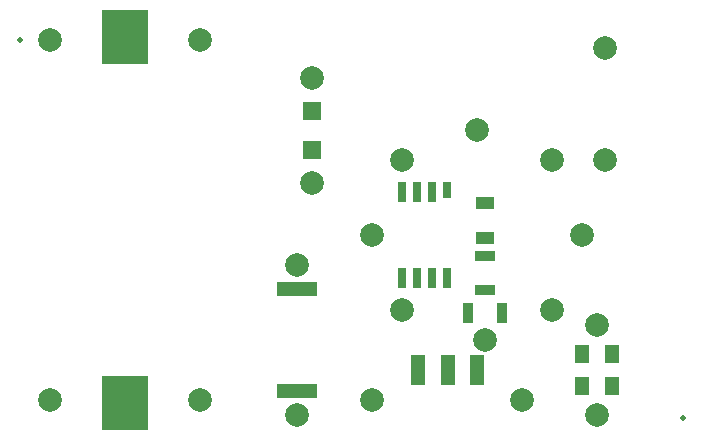
<source format=gts>
G04 #@! TF.FileFunction,Soldermask,Top*
%FSLAX46Y46*%
G04 Gerber Fmt 4.6, Leading zero omitted, Abs format (unit mm)*
G04 Created by KiCad (PCBNEW 4.0.6) date 04/04/19 16:38:52*
%MOMM*%
%LPD*%
G01*
G04 APERTURE LIST*
%ADD10C,0.100000*%
%ADD11C,0.500000*%
%ADD12R,0.650000X1.400000*%
%ADD13R,0.650000X1.700000*%
%ADD14R,1.200000X2.500000*%
%ADD15R,4.000000X4.600000*%
%ADD16C,2.000000*%
%ADD17R,1.300000X1.500000*%
%ADD18R,3.400000X1.300000*%
%ADD19R,1.500000X1.500000*%
%ADD20R,1.600000X1.000000*%
%ADD21R,1.700000X0.900000*%
%ADD22R,0.900000X1.700000*%
G04 APERTURE END LIST*
D10*
D11*
X187198000Y-94742000D03*
X131064000Y-62738000D03*
D12*
X167259000Y-75438000D03*
D13*
X165989000Y-75598000D03*
X164719000Y-75598000D03*
X163449000Y-75598000D03*
X163449000Y-82898000D03*
X164719000Y-82898000D03*
X165989000Y-82898000D03*
X167259000Y-82898000D03*
D14*
X164759000Y-90678000D03*
X167299000Y-90678000D03*
X169759000Y-90678000D03*
D15*
X139954000Y-93478000D03*
X139954000Y-62478000D03*
D16*
X133604000Y-93218000D03*
X146304000Y-93218000D03*
X133604000Y-62738000D03*
D17*
X181229000Y-92028000D03*
X181229000Y-89328000D03*
X178689000Y-92028000D03*
X178689000Y-89328000D03*
D18*
X154559000Y-92438000D03*
X154559000Y-83838000D03*
D16*
X146304000Y-62738000D03*
X179959000Y-86868000D03*
X179959000Y-94488000D03*
X170434000Y-88138000D03*
X160909000Y-79248000D03*
X154559000Y-81788000D03*
X154559000Y-94488000D03*
X180594000Y-72898000D03*
X180594000Y-63373000D03*
X163449000Y-85598000D03*
X176149000Y-85598000D03*
X178689000Y-79248000D03*
X169799000Y-70358000D03*
X163449000Y-72898000D03*
X176149000Y-72898000D03*
D19*
X155829000Y-68708000D03*
X155829000Y-72008000D03*
D16*
X155829000Y-74803000D03*
X155829000Y-65913000D03*
X160909000Y-93218000D03*
X173609000Y-93218000D03*
D20*
X170434000Y-76478000D03*
X170434000Y-79478000D03*
D21*
X170434000Y-80973000D03*
X170434000Y-83873000D03*
D22*
X168984000Y-85852000D03*
X171884000Y-85852000D03*
M02*

</source>
